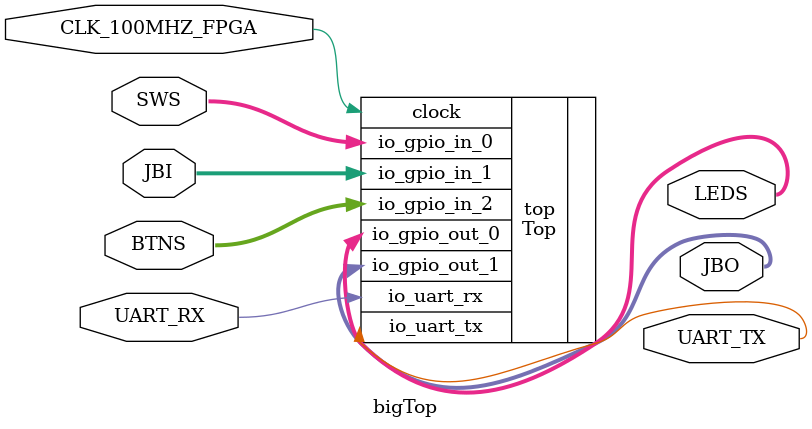
<source format=v>
`timescale 1ns / 1ps

module bigTop(
  input CLK_100MHZ_FPGA,
  output [7:0] LEDS,
  input [7:0] SWS,
  input [3:0] BTNS,
  output UART_TX,
  input UART_RX,
  input [3:0] JBI,
  output [3:0] JBO
);

 
  Top top(
    .clock(CLK_100MHZ_FPGA),
    .io_gpio_out_0(LEDS),
    .io_uart_rx(UART_RX),
    .io_uart_tx(UART_TX),
    .io_gpio_in_0(SWS),
    .io_gpio_out_1(JBO),
    .io_gpio_in_1(JBI),
    .io_gpio_in_2(BTNS)
  );
  
endmodule

</source>
